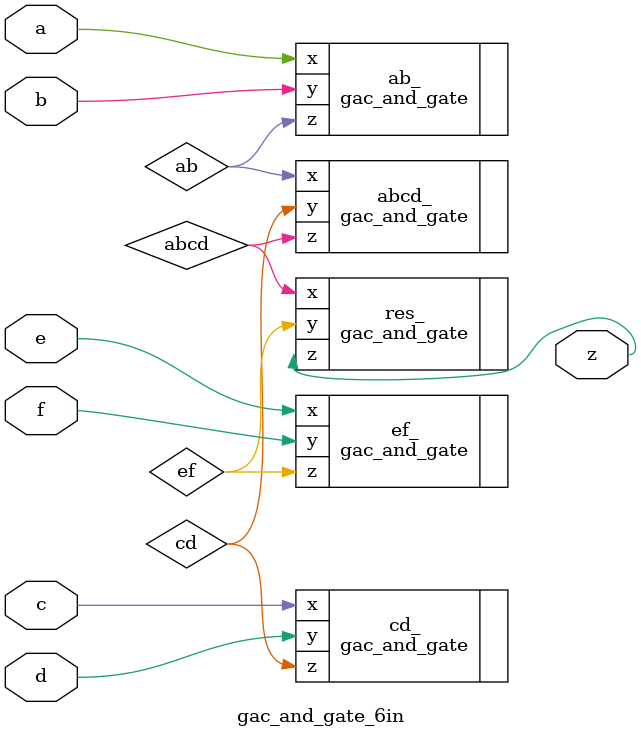
<source format=v>
module gac_and_gate_6in(a, b, c, d, e, f, z);

    input a, b, c, d, e, f;
    output wire z;

    wire ab;
    wire cd;
    wire ef;
    wire abcd;

    gac_and_gate ab_(.x(a), .y(b), .z(ab));
    gac_and_gate cd_(.x(c), .y(d), .z(cd));
    gac_and_gate ef_(.x(e), .y(f), .z(ef));
    gac_and_gate abcd_(.x(ab), .y(cd), .z(abcd));
    gac_and_gate res_(.x(abcd), .y(ef), .z(z));

endmodule
</source>
